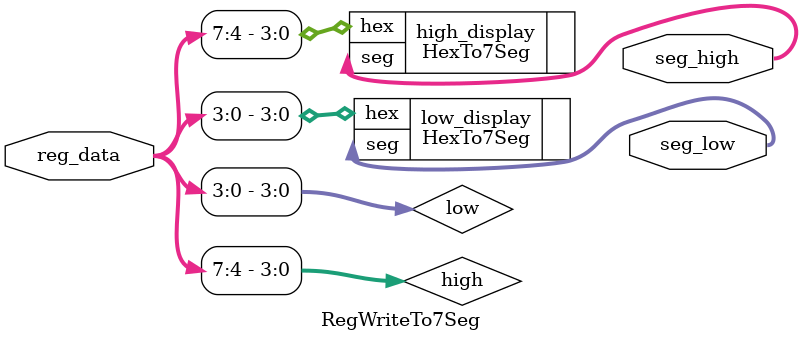
<source format=v>
`timescale 1ns / 1ps
module RegWriteTo7Seg(
    input [7:0] reg_data,
    output [6:0] seg_high,
    output [6:0] seg_low
    );

	 wire [3:0] high = reg_data[7:4];
	 wire [3:0] low  = reg_data[3:0];
	 
	 HexTo7Seg high_display (
		.hex(high),
		.seg(seg_high)
	 );
	 
	 HexTo7Seg low_display (
		.hex(low),
		.seg(seg_low)
	 );

endmodule

</source>
